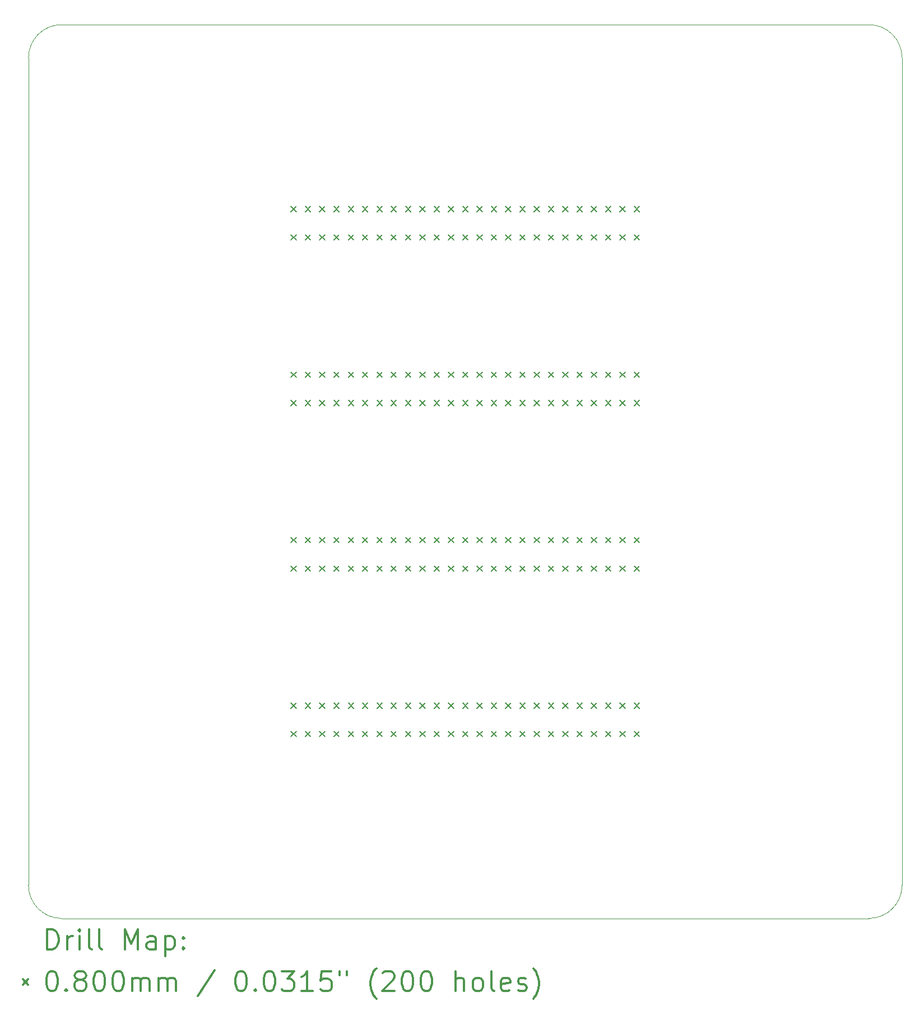
<source format=gbr>
%FSLAX45Y45*%
G04 Gerber Fmt 4.5, Leading zero omitted, Abs format (unit mm)*
G04 Created by KiCad (PCBNEW (5.1.10-1-10_14)) date 2022-03-30 11:01:11*
%MOMM*%
%LPD*%
G01*
G04 APERTURE LIST*
%TA.AperFunction,Profile*%
%ADD10C,0.050000*%
%TD*%
%ADD11C,0.200000*%
%ADD12C,0.300000*%
G04 APERTURE END LIST*
D10*
X16220000Y-3800000D02*
G75*
G02*
X16720000Y-4300000I0J-500000D01*
G01*
X16720000Y-16800000D02*
G75*
G02*
X16220000Y-17300000I-500000J0D01*
G01*
X4020000Y-17300000D02*
G75*
G02*
X3520000Y-16800000I0J500000D01*
G01*
X3520000Y-4300000D02*
G75*
G02*
X4020000Y-3800000I500000J0D01*
G01*
X3520000Y-4300000D02*
X3520000Y-16800000D01*
X4020000Y-17300000D02*
X16220000Y-17300000D01*
X16720000Y-4300000D02*
X16720000Y-16800000D01*
X4020000Y-3800000D02*
X16220000Y-3800000D01*
D11*
X7488000Y-6545500D02*
X7568000Y-6625500D01*
X7568000Y-6545500D02*
X7488000Y-6625500D01*
X7488000Y-6974500D02*
X7568000Y-7054500D01*
X7568000Y-6974500D02*
X7488000Y-7054500D01*
X7488000Y-9045500D02*
X7568000Y-9125500D01*
X7568000Y-9045500D02*
X7488000Y-9125500D01*
X7488000Y-9474500D02*
X7568000Y-9554500D01*
X7568000Y-9474500D02*
X7488000Y-9554500D01*
X7488000Y-11545500D02*
X7568000Y-11625500D01*
X7568000Y-11545500D02*
X7488000Y-11625500D01*
X7488000Y-11974500D02*
X7568000Y-12054500D01*
X7568000Y-11974500D02*
X7488000Y-12054500D01*
X7488000Y-14045500D02*
X7568000Y-14125500D01*
X7568000Y-14045500D02*
X7488000Y-14125500D01*
X7488000Y-14474500D02*
X7568000Y-14554500D01*
X7568000Y-14474500D02*
X7488000Y-14554500D01*
X7704000Y-6545500D02*
X7784000Y-6625500D01*
X7784000Y-6545500D02*
X7704000Y-6625500D01*
X7704000Y-6974500D02*
X7784000Y-7054500D01*
X7784000Y-6974500D02*
X7704000Y-7054500D01*
X7704000Y-9045500D02*
X7784000Y-9125500D01*
X7784000Y-9045500D02*
X7704000Y-9125500D01*
X7704000Y-9474500D02*
X7784000Y-9554500D01*
X7784000Y-9474500D02*
X7704000Y-9554500D01*
X7704000Y-11545500D02*
X7784000Y-11625500D01*
X7784000Y-11545500D02*
X7704000Y-11625500D01*
X7704000Y-11974500D02*
X7784000Y-12054500D01*
X7784000Y-11974500D02*
X7704000Y-12054500D01*
X7704000Y-14045500D02*
X7784000Y-14125500D01*
X7784000Y-14045500D02*
X7704000Y-14125500D01*
X7704000Y-14474500D02*
X7784000Y-14554500D01*
X7784000Y-14474500D02*
X7704000Y-14554500D01*
X7920000Y-6545500D02*
X8000000Y-6625500D01*
X8000000Y-6545500D02*
X7920000Y-6625500D01*
X7920000Y-6974500D02*
X8000000Y-7054500D01*
X8000000Y-6974500D02*
X7920000Y-7054500D01*
X7920000Y-9045500D02*
X8000000Y-9125500D01*
X8000000Y-9045500D02*
X7920000Y-9125500D01*
X7920000Y-9474500D02*
X8000000Y-9554500D01*
X8000000Y-9474500D02*
X7920000Y-9554500D01*
X7920000Y-11545500D02*
X8000000Y-11625500D01*
X8000000Y-11545500D02*
X7920000Y-11625500D01*
X7920000Y-11974500D02*
X8000000Y-12054500D01*
X8000000Y-11974500D02*
X7920000Y-12054500D01*
X7920000Y-14045500D02*
X8000000Y-14125500D01*
X8000000Y-14045500D02*
X7920000Y-14125500D01*
X7920000Y-14474500D02*
X8000000Y-14554500D01*
X8000000Y-14474500D02*
X7920000Y-14554500D01*
X8136000Y-6545500D02*
X8216000Y-6625500D01*
X8216000Y-6545500D02*
X8136000Y-6625500D01*
X8136000Y-6974500D02*
X8216000Y-7054500D01*
X8216000Y-6974500D02*
X8136000Y-7054500D01*
X8136000Y-9045500D02*
X8216000Y-9125500D01*
X8216000Y-9045500D02*
X8136000Y-9125500D01*
X8136000Y-9474500D02*
X8216000Y-9554500D01*
X8216000Y-9474500D02*
X8136000Y-9554500D01*
X8136000Y-11545500D02*
X8216000Y-11625500D01*
X8216000Y-11545500D02*
X8136000Y-11625500D01*
X8136000Y-11974500D02*
X8216000Y-12054500D01*
X8216000Y-11974500D02*
X8136000Y-12054500D01*
X8136000Y-14045500D02*
X8216000Y-14125500D01*
X8216000Y-14045500D02*
X8136000Y-14125500D01*
X8136000Y-14474500D02*
X8216000Y-14554500D01*
X8216000Y-14474500D02*
X8136000Y-14554500D01*
X8352000Y-6545500D02*
X8432000Y-6625500D01*
X8432000Y-6545500D02*
X8352000Y-6625500D01*
X8352000Y-6974500D02*
X8432000Y-7054500D01*
X8432000Y-6974500D02*
X8352000Y-7054500D01*
X8352000Y-9045500D02*
X8432000Y-9125500D01*
X8432000Y-9045500D02*
X8352000Y-9125500D01*
X8352000Y-9474500D02*
X8432000Y-9554500D01*
X8432000Y-9474500D02*
X8352000Y-9554500D01*
X8352000Y-11545500D02*
X8432000Y-11625500D01*
X8432000Y-11545500D02*
X8352000Y-11625500D01*
X8352000Y-11974500D02*
X8432000Y-12054500D01*
X8432000Y-11974500D02*
X8352000Y-12054500D01*
X8352000Y-14045500D02*
X8432000Y-14125500D01*
X8432000Y-14045500D02*
X8352000Y-14125500D01*
X8352000Y-14474500D02*
X8432000Y-14554500D01*
X8432000Y-14474500D02*
X8352000Y-14554500D01*
X8568000Y-6545500D02*
X8648000Y-6625500D01*
X8648000Y-6545500D02*
X8568000Y-6625500D01*
X8568000Y-6974500D02*
X8648000Y-7054500D01*
X8648000Y-6974500D02*
X8568000Y-7054500D01*
X8568000Y-9045500D02*
X8648000Y-9125500D01*
X8648000Y-9045500D02*
X8568000Y-9125500D01*
X8568000Y-9474500D02*
X8648000Y-9554500D01*
X8648000Y-9474500D02*
X8568000Y-9554500D01*
X8568000Y-11545500D02*
X8648000Y-11625500D01*
X8648000Y-11545500D02*
X8568000Y-11625500D01*
X8568000Y-11974500D02*
X8648000Y-12054500D01*
X8648000Y-11974500D02*
X8568000Y-12054500D01*
X8568000Y-14045500D02*
X8648000Y-14125500D01*
X8648000Y-14045500D02*
X8568000Y-14125500D01*
X8568000Y-14474500D02*
X8648000Y-14554500D01*
X8648000Y-14474500D02*
X8568000Y-14554500D01*
X8784000Y-6545500D02*
X8864000Y-6625500D01*
X8864000Y-6545500D02*
X8784000Y-6625500D01*
X8784000Y-6974500D02*
X8864000Y-7054500D01*
X8864000Y-6974500D02*
X8784000Y-7054500D01*
X8784000Y-9045500D02*
X8864000Y-9125500D01*
X8864000Y-9045500D02*
X8784000Y-9125500D01*
X8784000Y-9474500D02*
X8864000Y-9554500D01*
X8864000Y-9474500D02*
X8784000Y-9554500D01*
X8784000Y-11545500D02*
X8864000Y-11625500D01*
X8864000Y-11545500D02*
X8784000Y-11625500D01*
X8784000Y-11974500D02*
X8864000Y-12054500D01*
X8864000Y-11974500D02*
X8784000Y-12054500D01*
X8784000Y-14045500D02*
X8864000Y-14125500D01*
X8864000Y-14045500D02*
X8784000Y-14125500D01*
X8784000Y-14474500D02*
X8864000Y-14554500D01*
X8864000Y-14474500D02*
X8784000Y-14554500D01*
X9000000Y-6545500D02*
X9080000Y-6625500D01*
X9080000Y-6545500D02*
X9000000Y-6625500D01*
X9000000Y-6974500D02*
X9080000Y-7054500D01*
X9080000Y-6974500D02*
X9000000Y-7054500D01*
X9000000Y-9045500D02*
X9080000Y-9125500D01*
X9080000Y-9045500D02*
X9000000Y-9125500D01*
X9000000Y-9474500D02*
X9080000Y-9554500D01*
X9080000Y-9474500D02*
X9000000Y-9554500D01*
X9000000Y-11545500D02*
X9080000Y-11625500D01*
X9080000Y-11545500D02*
X9000000Y-11625500D01*
X9000000Y-11974500D02*
X9080000Y-12054500D01*
X9080000Y-11974500D02*
X9000000Y-12054500D01*
X9000000Y-14045500D02*
X9080000Y-14125500D01*
X9080000Y-14045500D02*
X9000000Y-14125500D01*
X9000000Y-14474500D02*
X9080000Y-14554500D01*
X9080000Y-14474500D02*
X9000000Y-14554500D01*
X9216000Y-6545500D02*
X9296000Y-6625500D01*
X9296000Y-6545500D02*
X9216000Y-6625500D01*
X9216000Y-6974500D02*
X9296000Y-7054500D01*
X9296000Y-6974500D02*
X9216000Y-7054500D01*
X9216000Y-9045500D02*
X9296000Y-9125500D01*
X9296000Y-9045500D02*
X9216000Y-9125500D01*
X9216000Y-9474500D02*
X9296000Y-9554500D01*
X9296000Y-9474500D02*
X9216000Y-9554500D01*
X9216000Y-11545500D02*
X9296000Y-11625500D01*
X9296000Y-11545500D02*
X9216000Y-11625500D01*
X9216000Y-11974500D02*
X9296000Y-12054500D01*
X9296000Y-11974500D02*
X9216000Y-12054500D01*
X9216000Y-14045500D02*
X9296000Y-14125500D01*
X9296000Y-14045500D02*
X9216000Y-14125500D01*
X9216000Y-14474500D02*
X9296000Y-14554500D01*
X9296000Y-14474500D02*
X9216000Y-14554500D01*
X9432000Y-6545500D02*
X9512000Y-6625500D01*
X9512000Y-6545500D02*
X9432000Y-6625500D01*
X9432000Y-6974500D02*
X9512000Y-7054500D01*
X9512000Y-6974500D02*
X9432000Y-7054500D01*
X9432000Y-9045500D02*
X9512000Y-9125500D01*
X9512000Y-9045500D02*
X9432000Y-9125500D01*
X9432000Y-9474500D02*
X9512000Y-9554500D01*
X9512000Y-9474500D02*
X9432000Y-9554500D01*
X9432000Y-11545500D02*
X9512000Y-11625500D01*
X9512000Y-11545500D02*
X9432000Y-11625500D01*
X9432000Y-11974500D02*
X9512000Y-12054500D01*
X9512000Y-11974500D02*
X9432000Y-12054500D01*
X9432000Y-14045500D02*
X9512000Y-14125500D01*
X9512000Y-14045500D02*
X9432000Y-14125500D01*
X9432000Y-14474500D02*
X9512000Y-14554500D01*
X9512000Y-14474500D02*
X9432000Y-14554500D01*
X9648000Y-6545500D02*
X9728000Y-6625500D01*
X9728000Y-6545500D02*
X9648000Y-6625500D01*
X9648000Y-6974500D02*
X9728000Y-7054500D01*
X9728000Y-6974500D02*
X9648000Y-7054500D01*
X9648000Y-9045500D02*
X9728000Y-9125500D01*
X9728000Y-9045500D02*
X9648000Y-9125500D01*
X9648000Y-9474500D02*
X9728000Y-9554500D01*
X9728000Y-9474500D02*
X9648000Y-9554500D01*
X9648000Y-11545500D02*
X9728000Y-11625500D01*
X9728000Y-11545500D02*
X9648000Y-11625500D01*
X9648000Y-11974500D02*
X9728000Y-12054500D01*
X9728000Y-11974500D02*
X9648000Y-12054500D01*
X9648000Y-14045500D02*
X9728000Y-14125500D01*
X9728000Y-14045500D02*
X9648000Y-14125500D01*
X9648000Y-14474500D02*
X9728000Y-14554500D01*
X9728000Y-14474500D02*
X9648000Y-14554500D01*
X9864000Y-6545500D02*
X9944000Y-6625500D01*
X9944000Y-6545500D02*
X9864000Y-6625500D01*
X9864000Y-6974500D02*
X9944000Y-7054500D01*
X9944000Y-6974500D02*
X9864000Y-7054500D01*
X9864000Y-9045500D02*
X9944000Y-9125500D01*
X9944000Y-9045500D02*
X9864000Y-9125500D01*
X9864000Y-9474500D02*
X9944000Y-9554500D01*
X9944000Y-9474500D02*
X9864000Y-9554500D01*
X9864000Y-11545500D02*
X9944000Y-11625500D01*
X9944000Y-11545500D02*
X9864000Y-11625500D01*
X9864000Y-11974500D02*
X9944000Y-12054500D01*
X9944000Y-11974500D02*
X9864000Y-12054500D01*
X9864000Y-14045500D02*
X9944000Y-14125500D01*
X9944000Y-14045500D02*
X9864000Y-14125500D01*
X9864000Y-14474500D02*
X9944000Y-14554500D01*
X9944000Y-14474500D02*
X9864000Y-14554500D01*
X10080000Y-6545500D02*
X10160000Y-6625500D01*
X10160000Y-6545500D02*
X10080000Y-6625500D01*
X10080000Y-6974500D02*
X10160000Y-7054500D01*
X10160000Y-6974500D02*
X10080000Y-7054500D01*
X10080000Y-9045500D02*
X10160000Y-9125500D01*
X10160000Y-9045500D02*
X10080000Y-9125500D01*
X10080000Y-9474500D02*
X10160000Y-9554500D01*
X10160000Y-9474500D02*
X10080000Y-9554500D01*
X10080000Y-11545500D02*
X10160000Y-11625500D01*
X10160000Y-11545500D02*
X10080000Y-11625500D01*
X10080000Y-11974500D02*
X10160000Y-12054500D01*
X10160000Y-11974500D02*
X10080000Y-12054500D01*
X10080000Y-14045500D02*
X10160000Y-14125500D01*
X10160000Y-14045500D02*
X10080000Y-14125500D01*
X10080000Y-14474500D02*
X10160000Y-14554500D01*
X10160000Y-14474500D02*
X10080000Y-14554500D01*
X10296000Y-6545500D02*
X10376000Y-6625500D01*
X10376000Y-6545500D02*
X10296000Y-6625500D01*
X10296000Y-6974500D02*
X10376000Y-7054500D01*
X10376000Y-6974500D02*
X10296000Y-7054500D01*
X10296000Y-9045500D02*
X10376000Y-9125500D01*
X10376000Y-9045500D02*
X10296000Y-9125500D01*
X10296000Y-9474500D02*
X10376000Y-9554500D01*
X10376000Y-9474500D02*
X10296000Y-9554500D01*
X10296000Y-11545500D02*
X10376000Y-11625500D01*
X10376000Y-11545500D02*
X10296000Y-11625500D01*
X10296000Y-11974500D02*
X10376000Y-12054500D01*
X10376000Y-11974500D02*
X10296000Y-12054500D01*
X10296000Y-14045500D02*
X10376000Y-14125500D01*
X10376000Y-14045500D02*
X10296000Y-14125500D01*
X10296000Y-14474500D02*
X10376000Y-14554500D01*
X10376000Y-14474500D02*
X10296000Y-14554500D01*
X10512000Y-6545500D02*
X10592000Y-6625500D01*
X10592000Y-6545500D02*
X10512000Y-6625500D01*
X10512000Y-6974500D02*
X10592000Y-7054500D01*
X10592000Y-6974500D02*
X10512000Y-7054500D01*
X10512000Y-9045500D02*
X10592000Y-9125500D01*
X10592000Y-9045500D02*
X10512000Y-9125500D01*
X10512000Y-9474500D02*
X10592000Y-9554500D01*
X10592000Y-9474500D02*
X10512000Y-9554500D01*
X10512000Y-11545500D02*
X10592000Y-11625500D01*
X10592000Y-11545500D02*
X10512000Y-11625500D01*
X10512000Y-11974500D02*
X10592000Y-12054500D01*
X10592000Y-11974500D02*
X10512000Y-12054500D01*
X10512000Y-14045500D02*
X10592000Y-14125500D01*
X10592000Y-14045500D02*
X10512000Y-14125500D01*
X10512000Y-14474500D02*
X10592000Y-14554500D01*
X10592000Y-14474500D02*
X10512000Y-14554500D01*
X10728000Y-6545500D02*
X10808000Y-6625500D01*
X10808000Y-6545500D02*
X10728000Y-6625500D01*
X10728000Y-6974500D02*
X10808000Y-7054500D01*
X10808000Y-6974500D02*
X10728000Y-7054500D01*
X10728000Y-9045500D02*
X10808000Y-9125500D01*
X10808000Y-9045500D02*
X10728000Y-9125500D01*
X10728000Y-9474500D02*
X10808000Y-9554500D01*
X10808000Y-9474500D02*
X10728000Y-9554500D01*
X10728000Y-11545500D02*
X10808000Y-11625500D01*
X10808000Y-11545500D02*
X10728000Y-11625500D01*
X10728000Y-11974500D02*
X10808000Y-12054500D01*
X10808000Y-11974500D02*
X10728000Y-12054500D01*
X10728000Y-14045500D02*
X10808000Y-14125500D01*
X10808000Y-14045500D02*
X10728000Y-14125500D01*
X10728000Y-14474500D02*
X10808000Y-14554500D01*
X10808000Y-14474500D02*
X10728000Y-14554500D01*
X10944000Y-6545500D02*
X11024000Y-6625500D01*
X11024000Y-6545500D02*
X10944000Y-6625500D01*
X10944000Y-6974500D02*
X11024000Y-7054500D01*
X11024000Y-6974500D02*
X10944000Y-7054500D01*
X10944000Y-9045500D02*
X11024000Y-9125500D01*
X11024000Y-9045500D02*
X10944000Y-9125500D01*
X10944000Y-9474500D02*
X11024000Y-9554500D01*
X11024000Y-9474500D02*
X10944000Y-9554500D01*
X10944000Y-11545500D02*
X11024000Y-11625500D01*
X11024000Y-11545500D02*
X10944000Y-11625500D01*
X10944000Y-11974500D02*
X11024000Y-12054500D01*
X11024000Y-11974500D02*
X10944000Y-12054500D01*
X10944000Y-14045500D02*
X11024000Y-14125500D01*
X11024000Y-14045500D02*
X10944000Y-14125500D01*
X10944000Y-14474500D02*
X11024000Y-14554500D01*
X11024000Y-14474500D02*
X10944000Y-14554500D01*
X11160000Y-6545500D02*
X11240000Y-6625500D01*
X11240000Y-6545500D02*
X11160000Y-6625500D01*
X11160000Y-6974500D02*
X11240000Y-7054500D01*
X11240000Y-6974500D02*
X11160000Y-7054500D01*
X11160000Y-9045500D02*
X11240000Y-9125500D01*
X11240000Y-9045500D02*
X11160000Y-9125500D01*
X11160000Y-9474500D02*
X11240000Y-9554500D01*
X11240000Y-9474500D02*
X11160000Y-9554500D01*
X11160000Y-11545500D02*
X11240000Y-11625500D01*
X11240000Y-11545500D02*
X11160000Y-11625500D01*
X11160000Y-11974500D02*
X11240000Y-12054500D01*
X11240000Y-11974500D02*
X11160000Y-12054500D01*
X11160000Y-14045500D02*
X11240000Y-14125500D01*
X11240000Y-14045500D02*
X11160000Y-14125500D01*
X11160000Y-14474500D02*
X11240000Y-14554500D01*
X11240000Y-14474500D02*
X11160000Y-14554500D01*
X11376000Y-6545500D02*
X11456000Y-6625500D01*
X11456000Y-6545500D02*
X11376000Y-6625500D01*
X11376000Y-6974500D02*
X11456000Y-7054500D01*
X11456000Y-6974500D02*
X11376000Y-7054500D01*
X11376000Y-9045500D02*
X11456000Y-9125500D01*
X11456000Y-9045500D02*
X11376000Y-9125500D01*
X11376000Y-9474500D02*
X11456000Y-9554500D01*
X11456000Y-9474500D02*
X11376000Y-9554500D01*
X11376000Y-11545500D02*
X11456000Y-11625500D01*
X11456000Y-11545500D02*
X11376000Y-11625500D01*
X11376000Y-11974500D02*
X11456000Y-12054500D01*
X11456000Y-11974500D02*
X11376000Y-12054500D01*
X11376000Y-14045500D02*
X11456000Y-14125500D01*
X11456000Y-14045500D02*
X11376000Y-14125500D01*
X11376000Y-14474500D02*
X11456000Y-14554500D01*
X11456000Y-14474500D02*
X11376000Y-14554500D01*
X11592000Y-6545500D02*
X11672000Y-6625500D01*
X11672000Y-6545500D02*
X11592000Y-6625500D01*
X11592000Y-6974500D02*
X11672000Y-7054500D01*
X11672000Y-6974500D02*
X11592000Y-7054500D01*
X11592000Y-9045500D02*
X11672000Y-9125500D01*
X11672000Y-9045500D02*
X11592000Y-9125500D01*
X11592000Y-9474500D02*
X11672000Y-9554500D01*
X11672000Y-9474500D02*
X11592000Y-9554500D01*
X11592000Y-11545500D02*
X11672000Y-11625500D01*
X11672000Y-11545500D02*
X11592000Y-11625500D01*
X11592000Y-11974500D02*
X11672000Y-12054500D01*
X11672000Y-11974500D02*
X11592000Y-12054500D01*
X11592000Y-14045500D02*
X11672000Y-14125500D01*
X11672000Y-14045500D02*
X11592000Y-14125500D01*
X11592000Y-14474500D02*
X11672000Y-14554500D01*
X11672000Y-14474500D02*
X11592000Y-14554500D01*
X11808000Y-6545500D02*
X11888000Y-6625500D01*
X11888000Y-6545500D02*
X11808000Y-6625500D01*
X11808000Y-6974500D02*
X11888000Y-7054500D01*
X11888000Y-6974500D02*
X11808000Y-7054500D01*
X11808000Y-9045500D02*
X11888000Y-9125500D01*
X11888000Y-9045500D02*
X11808000Y-9125500D01*
X11808000Y-9474500D02*
X11888000Y-9554500D01*
X11888000Y-9474500D02*
X11808000Y-9554500D01*
X11808000Y-11545500D02*
X11888000Y-11625500D01*
X11888000Y-11545500D02*
X11808000Y-11625500D01*
X11808000Y-11974500D02*
X11888000Y-12054500D01*
X11888000Y-11974500D02*
X11808000Y-12054500D01*
X11808000Y-14045500D02*
X11888000Y-14125500D01*
X11888000Y-14045500D02*
X11808000Y-14125500D01*
X11808000Y-14474500D02*
X11888000Y-14554500D01*
X11888000Y-14474500D02*
X11808000Y-14554500D01*
X12024000Y-6545500D02*
X12104000Y-6625500D01*
X12104000Y-6545500D02*
X12024000Y-6625500D01*
X12024000Y-6974500D02*
X12104000Y-7054500D01*
X12104000Y-6974500D02*
X12024000Y-7054500D01*
X12024000Y-9045500D02*
X12104000Y-9125500D01*
X12104000Y-9045500D02*
X12024000Y-9125500D01*
X12024000Y-9474500D02*
X12104000Y-9554500D01*
X12104000Y-9474500D02*
X12024000Y-9554500D01*
X12024000Y-11545500D02*
X12104000Y-11625500D01*
X12104000Y-11545500D02*
X12024000Y-11625500D01*
X12024000Y-11974500D02*
X12104000Y-12054500D01*
X12104000Y-11974500D02*
X12024000Y-12054500D01*
X12024000Y-14045500D02*
X12104000Y-14125500D01*
X12104000Y-14045500D02*
X12024000Y-14125500D01*
X12024000Y-14474500D02*
X12104000Y-14554500D01*
X12104000Y-14474500D02*
X12024000Y-14554500D01*
X12240000Y-6545500D02*
X12320000Y-6625500D01*
X12320000Y-6545500D02*
X12240000Y-6625500D01*
X12240000Y-6974500D02*
X12320000Y-7054500D01*
X12320000Y-6974500D02*
X12240000Y-7054500D01*
X12240000Y-9045500D02*
X12320000Y-9125500D01*
X12320000Y-9045500D02*
X12240000Y-9125500D01*
X12240000Y-9474500D02*
X12320000Y-9554500D01*
X12320000Y-9474500D02*
X12240000Y-9554500D01*
X12240000Y-11545500D02*
X12320000Y-11625500D01*
X12320000Y-11545500D02*
X12240000Y-11625500D01*
X12240000Y-11974500D02*
X12320000Y-12054500D01*
X12320000Y-11974500D02*
X12240000Y-12054500D01*
X12240000Y-14045500D02*
X12320000Y-14125500D01*
X12320000Y-14045500D02*
X12240000Y-14125500D01*
X12240000Y-14474500D02*
X12320000Y-14554500D01*
X12320000Y-14474500D02*
X12240000Y-14554500D01*
X12456000Y-6545500D02*
X12536000Y-6625500D01*
X12536000Y-6545500D02*
X12456000Y-6625500D01*
X12456000Y-6974500D02*
X12536000Y-7054500D01*
X12536000Y-6974500D02*
X12456000Y-7054500D01*
X12456000Y-9045500D02*
X12536000Y-9125500D01*
X12536000Y-9045500D02*
X12456000Y-9125500D01*
X12456000Y-9474500D02*
X12536000Y-9554500D01*
X12536000Y-9474500D02*
X12456000Y-9554500D01*
X12456000Y-11545500D02*
X12536000Y-11625500D01*
X12536000Y-11545500D02*
X12456000Y-11625500D01*
X12456000Y-11974500D02*
X12536000Y-12054500D01*
X12536000Y-11974500D02*
X12456000Y-12054500D01*
X12456000Y-14045500D02*
X12536000Y-14125500D01*
X12536000Y-14045500D02*
X12456000Y-14125500D01*
X12456000Y-14474500D02*
X12536000Y-14554500D01*
X12536000Y-14474500D02*
X12456000Y-14554500D01*
X12672000Y-6545500D02*
X12752000Y-6625500D01*
X12752000Y-6545500D02*
X12672000Y-6625500D01*
X12672000Y-6974500D02*
X12752000Y-7054500D01*
X12752000Y-6974500D02*
X12672000Y-7054500D01*
X12672000Y-9045500D02*
X12752000Y-9125500D01*
X12752000Y-9045500D02*
X12672000Y-9125500D01*
X12672000Y-9474500D02*
X12752000Y-9554500D01*
X12752000Y-9474500D02*
X12672000Y-9554500D01*
X12672000Y-11545500D02*
X12752000Y-11625500D01*
X12752000Y-11545500D02*
X12672000Y-11625500D01*
X12672000Y-11974500D02*
X12752000Y-12054500D01*
X12752000Y-11974500D02*
X12672000Y-12054500D01*
X12672000Y-14045500D02*
X12752000Y-14125500D01*
X12752000Y-14045500D02*
X12672000Y-14125500D01*
X12672000Y-14474500D02*
X12752000Y-14554500D01*
X12752000Y-14474500D02*
X12672000Y-14554500D01*
D12*
X3803928Y-17768214D02*
X3803928Y-17468214D01*
X3875357Y-17468214D01*
X3918214Y-17482500D01*
X3946786Y-17511072D01*
X3961071Y-17539643D01*
X3975357Y-17596786D01*
X3975357Y-17639643D01*
X3961071Y-17696786D01*
X3946786Y-17725357D01*
X3918214Y-17753929D01*
X3875357Y-17768214D01*
X3803928Y-17768214D01*
X4103928Y-17768214D02*
X4103928Y-17568214D01*
X4103928Y-17625357D02*
X4118214Y-17596786D01*
X4132500Y-17582500D01*
X4161071Y-17568214D01*
X4189643Y-17568214D01*
X4289643Y-17768214D02*
X4289643Y-17568214D01*
X4289643Y-17468214D02*
X4275357Y-17482500D01*
X4289643Y-17496786D01*
X4303928Y-17482500D01*
X4289643Y-17468214D01*
X4289643Y-17496786D01*
X4475357Y-17768214D02*
X4446786Y-17753929D01*
X4432500Y-17725357D01*
X4432500Y-17468214D01*
X4632500Y-17768214D02*
X4603928Y-17753929D01*
X4589643Y-17725357D01*
X4589643Y-17468214D01*
X4975357Y-17768214D02*
X4975357Y-17468214D01*
X5075357Y-17682500D01*
X5175357Y-17468214D01*
X5175357Y-17768214D01*
X5446786Y-17768214D02*
X5446786Y-17611072D01*
X5432500Y-17582500D01*
X5403928Y-17568214D01*
X5346786Y-17568214D01*
X5318214Y-17582500D01*
X5446786Y-17753929D02*
X5418214Y-17768214D01*
X5346786Y-17768214D01*
X5318214Y-17753929D01*
X5303928Y-17725357D01*
X5303928Y-17696786D01*
X5318214Y-17668214D01*
X5346786Y-17653929D01*
X5418214Y-17653929D01*
X5446786Y-17639643D01*
X5589643Y-17568214D02*
X5589643Y-17868214D01*
X5589643Y-17582500D02*
X5618214Y-17568214D01*
X5675357Y-17568214D01*
X5703928Y-17582500D01*
X5718214Y-17596786D01*
X5732500Y-17625357D01*
X5732500Y-17711072D01*
X5718214Y-17739643D01*
X5703928Y-17753929D01*
X5675357Y-17768214D01*
X5618214Y-17768214D01*
X5589643Y-17753929D01*
X5861071Y-17739643D02*
X5875357Y-17753929D01*
X5861071Y-17768214D01*
X5846786Y-17753929D01*
X5861071Y-17739643D01*
X5861071Y-17768214D01*
X5861071Y-17582500D02*
X5875357Y-17596786D01*
X5861071Y-17611072D01*
X5846786Y-17596786D01*
X5861071Y-17582500D01*
X5861071Y-17611072D01*
X3437500Y-18222500D02*
X3517500Y-18302500D01*
X3517500Y-18222500D02*
X3437500Y-18302500D01*
X3861071Y-18098214D02*
X3889643Y-18098214D01*
X3918214Y-18112500D01*
X3932500Y-18126786D01*
X3946786Y-18155357D01*
X3961071Y-18212500D01*
X3961071Y-18283929D01*
X3946786Y-18341072D01*
X3932500Y-18369643D01*
X3918214Y-18383929D01*
X3889643Y-18398214D01*
X3861071Y-18398214D01*
X3832500Y-18383929D01*
X3818214Y-18369643D01*
X3803928Y-18341072D01*
X3789643Y-18283929D01*
X3789643Y-18212500D01*
X3803928Y-18155357D01*
X3818214Y-18126786D01*
X3832500Y-18112500D01*
X3861071Y-18098214D01*
X4089643Y-18369643D02*
X4103928Y-18383929D01*
X4089643Y-18398214D01*
X4075357Y-18383929D01*
X4089643Y-18369643D01*
X4089643Y-18398214D01*
X4275357Y-18226786D02*
X4246786Y-18212500D01*
X4232500Y-18198214D01*
X4218214Y-18169643D01*
X4218214Y-18155357D01*
X4232500Y-18126786D01*
X4246786Y-18112500D01*
X4275357Y-18098214D01*
X4332500Y-18098214D01*
X4361071Y-18112500D01*
X4375357Y-18126786D01*
X4389643Y-18155357D01*
X4389643Y-18169643D01*
X4375357Y-18198214D01*
X4361071Y-18212500D01*
X4332500Y-18226786D01*
X4275357Y-18226786D01*
X4246786Y-18241072D01*
X4232500Y-18255357D01*
X4218214Y-18283929D01*
X4218214Y-18341072D01*
X4232500Y-18369643D01*
X4246786Y-18383929D01*
X4275357Y-18398214D01*
X4332500Y-18398214D01*
X4361071Y-18383929D01*
X4375357Y-18369643D01*
X4389643Y-18341072D01*
X4389643Y-18283929D01*
X4375357Y-18255357D01*
X4361071Y-18241072D01*
X4332500Y-18226786D01*
X4575357Y-18098214D02*
X4603928Y-18098214D01*
X4632500Y-18112500D01*
X4646786Y-18126786D01*
X4661071Y-18155357D01*
X4675357Y-18212500D01*
X4675357Y-18283929D01*
X4661071Y-18341072D01*
X4646786Y-18369643D01*
X4632500Y-18383929D01*
X4603928Y-18398214D01*
X4575357Y-18398214D01*
X4546786Y-18383929D01*
X4532500Y-18369643D01*
X4518214Y-18341072D01*
X4503928Y-18283929D01*
X4503928Y-18212500D01*
X4518214Y-18155357D01*
X4532500Y-18126786D01*
X4546786Y-18112500D01*
X4575357Y-18098214D01*
X4861071Y-18098214D02*
X4889643Y-18098214D01*
X4918214Y-18112500D01*
X4932500Y-18126786D01*
X4946786Y-18155357D01*
X4961071Y-18212500D01*
X4961071Y-18283929D01*
X4946786Y-18341072D01*
X4932500Y-18369643D01*
X4918214Y-18383929D01*
X4889643Y-18398214D01*
X4861071Y-18398214D01*
X4832500Y-18383929D01*
X4818214Y-18369643D01*
X4803928Y-18341072D01*
X4789643Y-18283929D01*
X4789643Y-18212500D01*
X4803928Y-18155357D01*
X4818214Y-18126786D01*
X4832500Y-18112500D01*
X4861071Y-18098214D01*
X5089643Y-18398214D02*
X5089643Y-18198214D01*
X5089643Y-18226786D02*
X5103928Y-18212500D01*
X5132500Y-18198214D01*
X5175357Y-18198214D01*
X5203928Y-18212500D01*
X5218214Y-18241072D01*
X5218214Y-18398214D01*
X5218214Y-18241072D02*
X5232500Y-18212500D01*
X5261071Y-18198214D01*
X5303928Y-18198214D01*
X5332500Y-18212500D01*
X5346786Y-18241072D01*
X5346786Y-18398214D01*
X5489643Y-18398214D02*
X5489643Y-18198214D01*
X5489643Y-18226786D02*
X5503928Y-18212500D01*
X5532500Y-18198214D01*
X5575357Y-18198214D01*
X5603928Y-18212500D01*
X5618214Y-18241072D01*
X5618214Y-18398214D01*
X5618214Y-18241072D02*
X5632500Y-18212500D01*
X5661071Y-18198214D01*
X5703928Y-18198214D01*
X5732500Y-18212500D01*
X5746786Y-18241072D01*
X5746786Y-18398214D01*
X6332500Y-18083929D02*
X6075357Y-18469643D01*
X6718214Y-18098214D02*
X6746786Y-18098214D01*
X6775357Y-18112500D01*
X6789643Y-18126786D01*
X6803928Y-18155357D01*
X6818214Y-18212500D01*
X6818214Y-18283929D01*
X6803928Y-18341072D01*
X6789643Y-18369643D01*
X6775357Y-18383929D01*
X6746786Y-18398214D01*
X6718214Y-18398214D01*
X6689643Y-18383929D01*
X6675357Y-18369643D01*
X6661071Y-18341072D01*
X6646786Y-18283929D01*
X6646786Y-18212500D01*
X6661071Y-18155357D01*
X6675357Y-18126786D01*
X6689643Y-18112500D01*
X6718214Y-18098214D01*
X6946786Y-18369643D02*
X6961071Y-18383929D01*
X6946786Y-18398214D01*
X6932500Y-18383929D01*
X6946786Y-18369643D01*
X6946786Y-18398214D01*
X7146786Y-18098214D02*
X7175357Y-18098214D01*
X7203928Y-18112500D01*
X7218214Y-18126786D01*
X7232500Y-18155357D01*
X7246786Y-18212500D01*
X7246786Y-18283929D01*
X7232500Y-18341072D01*
X7218214Y-18369643D01*
X7203928Y-18383929D01*
X7175357Y-18398214D01*
X7146786Y-18398214D01*
X7118214Y-18383929D01*
X7103928Y-18369643D01*
X7089643Y-18341072D01*
X7075357Y-18283929D01*
X7075357Y-18212500D01*
X7089643Y-18155357D01*
X7103928Y-18126786D01*
X7118214Y-18112500D01*
X7146786Y-18098214D01*
X7346786Y-18098214D02*
X7532500Y-18098214D01*
X7432500Y-18212500D01*
X7475357Y-18212500D01*
X7503928Y-18226786D01*
X7518214Y-18241072D01*
X7532500Y-18269643D01*
X7532500Y-18341072D01*
X7518214Y-18369643D01*
X7503928Y-18383929D01*
X7475357Y-18398214D01*
X7389643Y-18398214D01*
X7361071Y-18383929D01*
X7346786Y-18369643D01*
X7818214Y-18398214D02*
X7646786Y-18398214D01*
X7732500Y-18398214D02*
X7732500Y-18098214D01*
X7703928Y-18141072D01*
X7675357Y-18169643D01*
X7646786Y-18183929D01*
X8089643Y-18098214D02*
X7946786Y-18098214D01*
X7932500Y-18241072D01*
X7946786Y-18226786D01*
X7975357Y-18212500D01*
X8046786Y-18212500D01*
X8075357Y-18226786D01*
X8089643Y-18241072D01*
X8103928Y-18269643D01*
X8103928Y-18341072D01*
X8089643Y-18369643D01*
X8075357Y-18383929D01*
X8046786Y-18398214D01*
X7975357Y-18398214D01*
X7946786Y-18383929D01*
X7932500Y-18369643D01*
X8218214Y-18098214D02*
X8218214Y-18155357D01*
X8332500Y-18098214D02*
X8332500Y-18155357D01*
X8775357Y-18512500D02*
X8761071Y-18498214D01*
X8732500Y-18455357D01*
X8718214Y-18426786D01*
X8703928Y-18383929D01*
X8689643Y-18312500D01*
X8689643Y-18255357D01*
X8703928Y-18183929D01*
X8718214Y-18141072D01*
X8732500Y-18112500D01*
X8761071Y-18069643D01*
X8775357Y-18055357D01*
X8875357Y-18126786D02*
X8889643Y-18112500D01*
X8918214Y-18098214D01*
X8989643Y-18098214D01*
X9018214Y-18112500D01*
X9032500Y-18126786D01*
X9046786Y-18155357D01*
X9046786Y-18183929D01*
X9032500Y-18226786D01*
X8861071Y-18398214D01*
X9046786Y-18398214D01*
X9232500Y-18098214D02*
X9261071Y-18098214D01*
X9289643Y-18112500D01*
X9303928Y-18126786D01*
X9318214Y-18155357D01*
X9332500Y-18212500D01*
X9332500Y-18283929D01*
X9318214Y-18341072D01*
X9303928Y-18369643D01*
X9289643Y-18383929D01*
X9261071Y-18398214D01*
X9232500Y-18398214D01*
X9203928Y-18383929D01*
X9189643Y-18369643D01*
X9175357Y-18341072D01*
X9161071Y-18283929D01*
X9161071Y-18212500D01*
X9175357Y-18155357D01*
X9189643Y-18126786D01*
X9203928Y-18112500D01*
X9232500Y-18098214D01*
X9518214Y-18098214D02*
X9546786Y-18098214D01*
X9575357Y-18112500D01*
X9589643Y-18126786D01*
X9603928Y-18155357D01*
X9618214Y-18212500D01*
X9618214Y-18283929D01*
X9603928Y-18341072D01*
X9589643Y-18369643D01*
X9575357Y-18383929D01*
X9546786Y-18398214D01*
X9518214Y-18398214D01*
X9489643Y-18383929D01*
X9475357Y-18369643D01*
X9461071Y-18341072D01*
X9446786Y-18283929D01*
X9446786Y-18212500D01*
X9461071Y-18155357D01*
X9475357Y-18126786D01*
X9489643Y-18112500D01*
X9518214Y-18098214D01*
X9975357Y-18398214D02*
X9975357Y-18098214D01*
X10103928Y-18398214D02*
X10103928Y-18241072D01*
X10089643Y-18212500D01*
X10061071Y-18198214D01*
X10018214Y-18198214D01*
X9989643Y-18212500D01*
X9975357Y-18226786D01*
X10289643Y-18398214D02*
X10261071Y-18383929D01*
X10246786Y-18369643D01*
X10232500Y-18341072D01*
X10232500Y-18255357D01*
X10246786Y-18226786D01*
X10261071Y-18212500D01*
X10289643Y-18198214D01*
X10332500Y-18198214D01*
X10361071Y-18212500D01*
X10375357Y-18226786D01*
X10389643Y-18255357D01*
X10389643Y-18341072D01*
X10375357Y-18369643D01*
X10361071Y-18383929D01*
X10332500Y-18398214D01*
X10289643Y-18398214D01*
X10561071Y-18398214D02*
X10532500Y-18383929D01*
X10518214Y-18355357D01*
X10518214Y-18098214D01*
X10789643Y-18383929D02*
X10761071Y-18398214D01*
X10703928Y-18398214D01*
X10675357Y-18383929D01*
X10661071Y-18355357D01*
X10661071Y-18241072D01*
X10675357Y-18212500D01*
X10703928Y-18198214D01*
X10761071Y-18198214D01*
X10789643Y-18212500D01*
X10803928Y-18241072D01*
X10803928Y-18269643D01*
X10661071Y-18298214D01*
X10918214Y-18383929D02*
X10946786Y-18398214D01*
X11003928Y-18398214D01*
X11032500Y-18383929D01*
X11046786Y-18355357D01*
X11046786Y-18341072D01*
X11032500Y-18312500D01*
X11003928Y-18298214D01*
X10961071Y-18298214D01*
X10932500Y-18283929D01*
X10918214Y-18255357D01*
X10918214Y-18241072D01*
X10932500Y-18212500D01*
X10961071Y-18198214D01*
X11003928Y-18198214D01*
X11032500Y-18212500D01*
X11146786Y-18512500D02*
X11161071Y-18498214D01*
X11189643Y-18455357D01*
X11203928Y-18426786D01*
X11218214Y-18383929D01*
X11232500Y-18312500D01*
X11232500Y-18255357D01*
X11218214Y-18183929D01*
X11203928Y-18141072D01*
X11189643Y-18112500D01*
X11161071Y-18069643D01*
X11146786Y-18055357D01*
M02*

</source>
